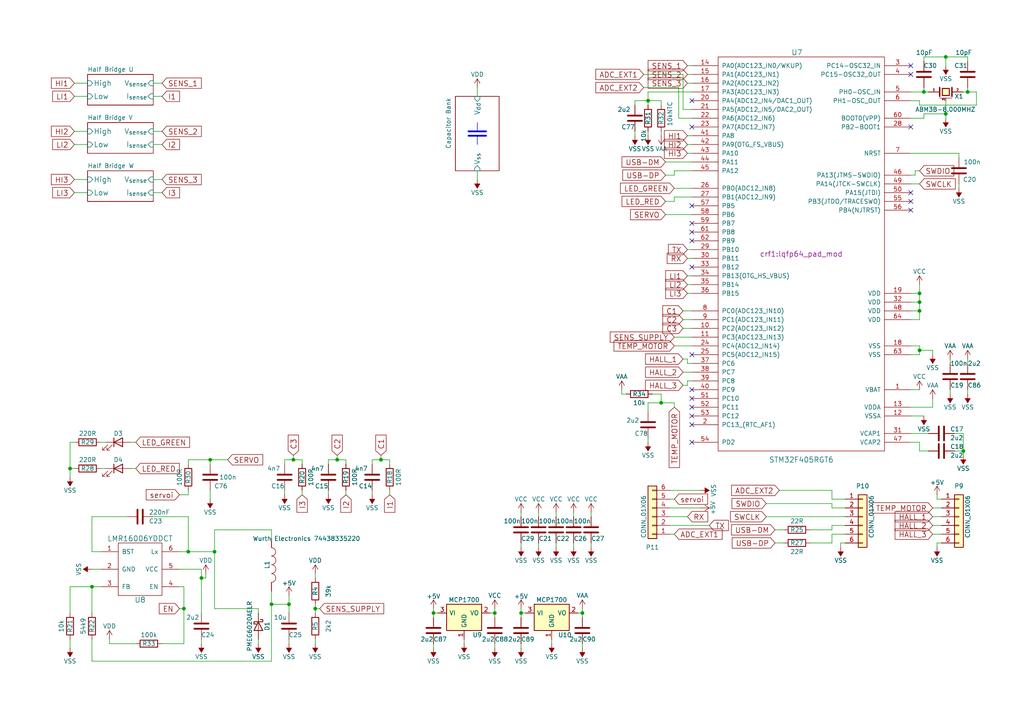
<source format=kicad_sch>
(kicad_sch (version 20230121) (generator eeschema)
  (paper "A4")
  (junction (at 110.49 133.35))
  (junction (at 26.67 170.18))
  (junction (at 60.96 133.35))
  (junction (at 20.32 135.89))
  (junction (at 54.61 160.02))
  (junction (at 274.32 33.02))
  (junction (at 280.67 26.67))
  (junction (at 53.34 176.53))
  (junction (at 125.73 177.8))
  (junction (at 58.42 167.64))
  (junction (at 85.09 133.35))
  (junction (at 62.23 160.02))
  (junction (at 78.74 175.26))
  (junction (at 274.32 16.51))
  (junction (at 266.7 85.09))
  (junction (at 187.96 29.21))
  (junction (at 191.77 116.84))
  (junction (at 267.97 26.67))
  (junction (at 83.82 175.26))
  (junction (at 151.13 177.8))
  (junction (at 266.7 101.6))
  (junction (at 168.91 177.8))
  (junction (at 279.4 130.81))
  (junction (at 91.44 176.53))
  (junction (at 97.79 133.35))
  (junction (at 266.7 90.17))
  (junction (at 143.51 177.8))
  (junction (at 266.7 87.63))
  (no_connect (at 264.16 58.42))
  (no_connect (at 200.66 118.11))
  (no_connect (at 200.66 113.03))
  (no_connect (at 200.66 67.31))
  (no_connect (at 200.66 123.19))
  (no_connect (at 200.66 59.69))
  (no_connect (at 264.16 19.05))
  (no_connect (at 200.66 36.83))
  (no_connect (at 200.66 69.85))
  (no_connect (at 264.16 36.83))
  (no_connect (at 200.66 29.21))
  (no_connect (at 200.66 115.57))
  (no_connect (at 200.66 102.87))
  (no_connect (at 200.66 64.77))
  (no_connect (at 264.16 55.88))
  (no_connect (at 200.66 128.27))
  (no_connect (at 264.16 21.59))
  (no_connect (at 200.66 120.65))
  (no_connect (at 264.16 60.96))
  (no_connect (at 200.66 77.47))
  (wire (pts (xy 196.85 34.29) (xy 200.66 34.29)))
  (wire (pts (xy 138.43 49.53) (xy 138.43 52.07)))
  (wire (pts (xy 274.32 33.02) (xy 274.32 29.21)))
  (wire (pts (xy 199.39 82.55) (xy 200.66 82.55)))
  (wire (pts (xy 194.31 147.32) (xy 203.2 147.32)))
  (wire (pts (xy 267.97 34.29) (xy 267.97 33.02)))
  (wire (pts (xy 113.03 133.35) (xy 110.49 133.35)))
  (wire (pts (xy 243.84 157.48) (xy 245.11 157.48)))
  (wire (pts (xy 36.83 149.86) (xy 26.67 149.86)))
  (wire (pts (xy 266.7 53.34) (xy 264.16 53.34)))
  (wire (pts (xy 26.67 160.02) (xy 29.21 160.02)))
  (wire (pts (xy 271.78 157.48) (xy 271.78 158.75)))
  (wire (pts (xy 226.06 142.24) (xy 241.3 142.24)))
  (wire (pts (xy 31.75 186.69) (xy 39.37 186.69)))
  (wire (pts (xy 222.25 146.05) (xy 241.3 146.05)))
  (wire (pts (xy 87.63 133.35) (xy 87.63 134.62)))
  (wire (pts (xy 264.16 87.63) (xy 266.7 87.63)))
  (wire (pts (xy 166.37 148.59) (xy 166.37 149.86)))
  (wire (pts (xy 134.62 185.42) (xy 134.62 186.69)))
  (wire (pts (xy 113.03 134.62) (xy 113.03 133.35)))
  (wire (pts (xy 60.96 133.35) (xy 66.04 133.35)))
  (wire (pts (xy 199.39 105.41) (xy 200.66 105.41)))
  (wire (pts (xy 198.12 104.14) (xy 199.39 104.14)))
  (wire (pts (xy 266.7 49.53) (xy 265.43 49.53)))
  (wire (pts (xy 83.82 186.69) (xy 83.82 185.42)))
  (wire (pts (xy 199.39 80.01) (xy 200.66 80.01)))
  (wire (pts (xy 264.16 34.29) (xy 267.97 34.29)))
  (wire (pts (xy 58.42 167.64) (xy 58.42 165.1)))
  (wire (pts (xy 53.34 186.69) (xy 46.99 186.69)))
  (wire (pts (xy 161.29 157.48) (xy 161.29 158.75)))
  (wire (pts (xy 199.39 39.37) (xy 200.66 39.37)))
  (wire (pts (xy 92.71 176.53) (xy 91.44 176.53)))
  (wire (pts (xy 138.43 25.4) (xy 138.43 27.94)))
  (wire (pts (xy 194.31 144.78) (xy 195.58 144.78)))
  (wire (pts (xy 91.44 167.64) (xy 91.44 166.37)))
  (wire (pts (xy 53.34 170.18) (xy 52.07 170.18)))
  (wire (pts (xy 266.7 87.63) (xy 266.7 90.17)))
  (wire (pts (xy 184.15 29.21) (xy 187.96 29.21)))
  (wire (pts (xy 151.13 186.69) (xy 151.13 187.96)))
  (wire (pts (xy 54.61 143.51) (xy 54.61 142.24)))
  (wire (pts (xy 280.67 26.67) (xy 279.4 26.67)))
  (wire (pts (xy 168.91 176.53) (xy 168.91 177.8)))
  (wire (pts (xy 60.96 144.78) (xy 60.96 142.24)))
  (wire (pts (xy 234.95 153.67) (xy 241.3 153.67)))
  (wire (pts (xy 21.59 55.88) (xy 25.4 55.88)))
  (wire (pts (xy 97.79 133.35) (xy 100.33 133.35)))
  (wire (pts (xy 83.82 172.72) (xy 83.82 175.26)))
  (wire (pts (xy 143.51 176.53) (xy 143.51 177.8)))
  (wire (pts (xy 264.16 102.87) (xy 266.7 102.87)))
  (wire (pts (xy 195.58 57.15) (xy 200.66 57.15)))
  (wire (pts (xy 270.51 101.6) (xy 270.51 102.87)))
  (wire (pts (xy 199.39 74.93) (xy 200.66 74.93)))
  (wire (pts (xy 266.7 101.6) (xy 266.7 100.33)))
  (wire (pts (xy 20.32 170.18) (xy 20.32 177.8)))
  (wire (pts (xy 266.7 128.27) (xy 266.7 130.81)))
  (wire (pts (xy 60.96 133.35) (xy 60.96 134.62)))
  (wire (pts (xy 44.45 38.1) (xy 46.99 38.1)))
  (wire (pts (xy 283.21 30.48) (xy 283.21 26.67)))
  (polyline (pts (xy 135.89 38.1) (xy 140.97 38.1)) (stroke (width 0.5)))
  (wire (pts (xy 283.21 26.67) (xy 280.67 26.67)))
  (wire (pts (xy 264.16 128.27) (xy 266.7 128.27)))
  (wire (pts (xy 194.31 152.4) (xy 205.74 152.4)))
  (wire (pts (xy 199.39 111.76) (xy 199.39 110.49)))
  (wire (pts (xy 107.95 142.24) (xy 107.95 143.51)))
  (wire (pts (xy 54.61 149.86) (xy 54.61 160.02)))
  (wire (pts (xy 20.32 138.43) (xy 20.32 135.89)))
  (wire (pts (xy 44.45 149.86) (xy 54.61 149.86)))
  (wire (pts (xy 100.33 142.24) (xy 100.33 143.51)))
  (wire (pts (xy 29.21 128.27) (xy 30.48 128.27)))
  (wire (pts (xy 95.25 133.35) (xy 97.79 133.35)))
  (wire (pts (xy 53.34 176.53) (xy 53.34 186.69)))
  (wire (pts (xy 191.77 116.84) (xy 187.96 116.84)))
  (wire (pts (xy 187.96 26.67) (xy 187.96 29.21)))
  (wire (pts (xy 264.16 120.65) (xy 267.97 120.65)))
  (wire (pts (xy 21.59 24.13) (xy 25.4 24.13)))
  (wire (pts (xy 266.7 101.6) (xy 270.51 101.6)))
  (wire (pts (xy 270.51 118.11) (xy 270.51 115.57)))
  (wire (pts (xy 199.39 110.49) (xy 200.66 110.49)))
  (wire (pts (xy 274.32 34.29) (xy 274.32 33.02)))
  (wire (pts (xy 264.16 125.73) (xy 269.24 125.73)))
  (wire (pts (xy 279.4 130.81) (xy 279.4 132.08)))
  (wire (pts (xy 198.12 111.76) (xy 199.39 111.76)))
  (wire (pts (xy 38.1 135.89) (xy 39.37 135.89)))
  (wire (pts (xy 280.67 25.4) (xy 280.67 26.67)))
  (wire (pts (xy 160.02 185.42) (xy 160.02 186.69)))
  (wire (pts (xy 241.3 157.48) (xy 241.3 154.94)))
  (wire (pts (xy 224.79 157.48) (xy 227.33 157.48)))
  (wire (pts (xy 267.97 26.67) (xy 269.24 26.67)))
  (wire (pts (xy 58.42 165.1) (xy 52.07 165.1)))
  (wire (pts (xy 58.42 177.8) (xy 58.42 167.64)))
  (wire (pts (xy 20.32 135.89) (xy 20.32 128.27)))
  (wire (pts (xy 125.73 176.53) (xy 125.73 177.8)))
  (wire (pts (xy 276.86 125.73) (xy 279.4 125.73)))
  (wire (pts (xy 52.07 160.02) (xy 54.61 160.02)))
  (wire (pts (xy 82.55 134.62) (xy 82.55 133.35)))
  (wire (pts (xy 166.37 157.48) (xy 166.37 158.75)))
  (wire (pts (xy 199.39 104.14) (xy 199.39 105.41)))
  (wire (pts (xy 199.39 85.09) (xy 200.66 85.09)))
  (wire (pts (xy 83.82 175.26) (xy 78.74 175.26)))
  (wire (pts (xy 264.16 90.17) (xy 266.7 90.17)))
  (wire (pts (xy 26.67 170.18) (xy 29.21 170.18)))
  (wire (pts (xy 264.16 118.11) (xy 270.51 118.11)))
  (wire (pts (xy 266.7 113.03) (xy 264.16 113.03)))
  (wire (pts (xy 222.25 149.86) (xy 245.11 149.86)))
  (wire (pts (xy 168.91 186.69) (xy 168.91 187.96)))
  (wire (pts (xy 273.05 144.78) (xy 271.78 144.78)))
  (wire (pts (xy 241.3 146.05) (xy 241.3 147.32)))
  (wire (pts (xy 161.29 148.59) (xy 161.29 149.86)))
  (wire (pts (xy 264.16 26.67) (xy 267.97 26.67)))
  (wire (pts (xy 266.7 130.81) (xy 269.24 130.81)))
  (wire (pts (xy 44.45 52.07) (xy 46.99 52.07)))
  (wire (pts (xy 156.21 157.48) (xy 156.21 158.75)))
  (wire (pts (xy 280.67 16.51) (xy 280.67 17.78)))
  (wire (pts (xy 234.95 157.48) (xy 241.3 157.48)))
  (wire (pts (xy 270.51 152.4) (xy 273.05 152.4)))
  (wire (pts (xy 191.77 38.1) (xy 191.77 39.37)))
  (wire (pts (xy 198.12 92.71) (xy 200.66 92.71)))
  (wire (pts (xy 195.58 97.79) (xy 200.66 97.79)))
  (wire (pts (xy 142.24 177.8) (xy 143.51 177.8)))
  (wire (pts (xy 91.44 177.8) (xy 91.44 176.53)))
  (wire (pts (xy 168.91 177.8) (xy 167.64 177.8)))
  (wire (pts (xy 110.49 133.35) (xy 107.95 133.35)))
  (wire (pts (xy 26.67 185.42) (xy 26.67 191.77)))
  (wire (pts (xy 82.55 133.35) (xy 85.09 133.35)))
  (wire (pts (xy 195.58 116.84) (xy 191.77 116.84)))
  (wire (pts (xy 38.1 128.27) (xy 39.37 128.27)))
  (wire (pts (xy 78.74 153.67) (xy 62.23 153.67)))
  (wire (pts (xy 54.61 160.02) (xy 62.23 160.02)))
  (wire (pts (xy 265.43 49.53) (xy 265.43 50.8)))
  (wire (pts (xy 195.58 54.61) (xy 200.66 54.61)))
  (wire (pts (xy 195.58 50.8) (xy 195.58 49.53)))
  (wire (pts (xy 52.07 143.51) (xy 54.61 143.51)))
  (wire (pts (xy 280.67 104.14) (xy 280.67 105.41)))
  (wire (pts (xy 191.77 114.3) (xy 191.77 116.84)))
  (wire (pts (xy 20.32 170.18) (xy 26.67 170.18)))
  (wire (pts (xy 82.55 142.24) (xy 82.55 143.51)))
  (wire (pts (xy 191.77 29.21) (xy 191.77 30.48)))
  (wire (pts (xy 100.33 133.35) (xy 100.33 134.62)))
  (wire (pts (xy 53.34 170.18) (xy 53.34 176.53)))
  (wire (pts (xy 87.63 142.24) (xy 87.63 143.51)))
  (wire (pts (xy 195.58 58.42) (xy 195.58 57.15)))
  (wire (pts (xy 193.04 62.23) (xy 200.66 62.23)))
  (wire (pts (xy 270.51 154.94) (xy 273.05 154.94)))
  (wire (pts (xy 62.23 153.67) (xy 62.23 160.02)))
  (wire (pts (xy 193.04 46.99) (xy 200.66 46.99)))
  (wire (pts (xy 44.45 27.94) (xy 46.99 27.94)))
  (wire (pts (xy 266.7 90.17) (xy 266.7 92.71)))
  (wire (pts (xy 59.69 167.64) (xy 58.42 167.64)))
  (wire (pts (xy 151.13 157.48) (xy 151.13 158.75)))
  (wire (pts (xy 125.73 177.8) (xy 127 177.8)))
  (wire (pts (xy 97.79 132.08) (xy 97.79 133.35)))
  (wire (pts (xy 195.58 100.33) (xy 200.66 100.33)))
  (wire (pts (xy 74.93 186.69) (xy 74.93 185.42)))
  (wire (pts (xy 199.39 44.45) (xy 200.66 44.45)))
  (wire (pts (xy 264.16 29.21) (xy 266.7 29.21)))
  (wire (pts (xy 156.21 148.59) (xy 156.21 149.86)))
  (wire (pts (xy 266.7 85.09) (xy 264.16 85.09)))
  (wire (pts (xy 241.3 142.24) (xy 241.3 144.78)))
  (wire (pts (xy 113.03 143.51) (xy 113.03 142.24)))
  (wire (pts (xy 125.73 177.8) (xy 125.73 179.07)))
  (wire (pts (xy 91.44 176.53) (xy 91.44 175.26)))
  (wire (pts (xy 187.96 29.21) (xy 191.77 29.21)))
  (wire (pts (xy 189.23 114.3) (xy 191.77 114.3)))
  (wire (pts (xy 241.3 144.78) (xy 245.11 144.78)))
  (wire (pts (xy 21.59 27.94) (xy 25.4 27.94)))
  (wire (pts (xy 85.09 132.08) (xy 85.09 133.35)))
  (wire (pts (xy 26.67 170.18) (xy 26.67 177.8)))
  (wire (pts (xy 187.96 38.1) (xy 187.96 39.37)))
  (wire (pts (xy 270.51 147.32) (xy 273.05 147.32)))
  (wire (pts (xy 59.69 166.37) (xy 59.69 167.64)))
  (wire (pts (xy 199.39 24.13) (xy 200.66 24.13)))
  (wire (pts (xy 266.7 102.87) (xy 266.7 101.6)))
  (wire (pts (xy 194.31 154.94) (xy 195.58 154.94)))
  (wire (pts (xy 270.51 149.86) (xy 273.05 149.86)))
  (wire (pts (xy 266.7 92.71) (xy 264.16 92.71)))
  (wire (pts (xy 186.69 25.4) (xy 196.85 25.4)))
  (wire (pts (xy 198.12 90.17) (xy 200.66 90.17)))
  (wire (pts (xy 44.45 41.91) (xy 46.99 41.91)))
  (wire (pts (xy 151.13 177.8) (xy 151.13 179.07)))
  (wire (pts (xy 95.25 142.24) (xy 95.25 143.51)))
  (wire (pts (xy 265.43 50.8) (xy 264.16 50.8)))
  (wire (pts (xy 143.51 177.8) (xy 143.51 179.07)))
  (wire (pts (xy 241.3 147.32) (xy 245.11 147.32)))
  (wire (pts (xy 95.25 134.62) (xy 95.25 133.35)))
  (wire (pts (xy 168.91 177.8) (xy 168.91 179.07)))
  (wire (pts (xy 199.39 72.39) (xy 200.66 72.39)))
  (wire (pts (xy 193.04 58.42) (xy 195.58 58.42)))
  (wire (pts (xy 78.74 191.77) (xy 78.74 175.26)))
  (wire (pts (xy 151.13 177.8) (xy 152.4 177.8)))
  (wire (pts (xy 85.09 133.35) (xy 87.63 133.35)))
  (wire (pts (xy 273.05 157.48) (xy 271.78 157.48)))
  (wire (pts (xy 278.13 54.61) (xy 278.13 53.34)))
  (wire (pts (xy 78.74 153.67) (xy 78.74 156.21)))
  (wire (pts (xy 195.58 49.53) (xy 200.66 49.53)))
  (wire (pts (xy 274.32 19.05) (xy 274.32 16.51)))
  (wire (pts (xy 280.67 113.03) (xy 280.67 114.3)))
  (wire (pts (xy 21.59 52.07) (xy 25.4 52.07)))
  (wire (pts (xy 279.4 130.81) (xy 276.86 130.81)))
  (wire (pts (xy 194.31 149.86) (xy 199.39 149.86)))
  (wire (pts (xy 107.95 133.35) (xy 107.95 134.62)))
  (wire (pts (xy 180.34 114.3) (xy 181.61 114.3)))
  (wire (pts (xy 199.39 19.05) (xy 200.66 19.05)))
  (wire (pts (xy 275.59 113.03) (xy 275.59 114.3)))
  (wire (pts (xy 171.45 148.59) (xy 171.45 149.86)))
  (wire (pts (xy 278.13 44.45) (xy 278.13 45.72)))
  (wire (pts (xy 266.7 82.55) (xy 266.7 85.09)))
  (polyline (pts (xy 135.89 39.37) (xy 140.97 39.37)) (stroke (width 0.5)))
  (wire (pts (xy 184.15 30.48) (xy 184.15 29.21)))
  (wire (pts (xy 20.32 187.96) (xy 20.32 185.42)))
  (wire (pts (xy 198.12 107.95) (xy 200.66 107.95)))
  (wire (pts (xy 278.13 44.45) (xy 264.16 44.45)))
  (wire (pts (xy 83.82 175.26) (xy 83.82 177.8)))
  (wire (pts (xy 44.45 55.88) (xy 46.99 55.88)))
  (wire (pts (xy 21.59 135.89) (xy 20.32 135.89)))
  (wire (pts (xy 91.44 186.69) (xy 91.44 185.42)))
  (wire (pts (xy 187.96 127) (xy 187.96 128.27)))
  (wire (pts (xy 187.96 26.67) (xy 200.66 26.67)))
  (wire (pts (xy 78.74 175.26) (xy 78.74 171.45)))
  (wire (pts (xy 193.04 50.8) (xy 195.58 50.8)))
  (polyline (pts (xy 138.43 35.56) (xy 138.43 38.1)))
  (polyline (pts (xy 138.43 39.37) (xy 138.43 41.91)))
  (wire (pts (xy 21.59 38.1) (xy 25.4 38.1)))
  (wire (pts (xy 195.58 118.11) (xy 195.58 116.84)))
  (wire (pts (xy 52.07 176.53) (xy 53.34 176.53)))
  (wire (pts (xy 20.32 128.27) (xy 21.59 128.27)))
  (wire (pts (xy 29.21 135.89) (xy 30.48 135.89)))
  (wire (pts (xy 199.39 21.59) (xy 200.66 21.59)))
  (wire (pts (xy 266.7 85.09) (xy 266.7 87.63)))
  (wire (pts (xy 267.97 16.51) (xy 274.32 16.51)))
  (wire (pts (xy 151.13 176.53) (xy 151.13 177.8)))
  (wire (pts (xy 54.61 133.35) (xy 54.61 134.62)))
  (wire (pts (xy 198.12 21.59) (xy 198.12 31.75)))
  (wire (pts (xy 199.39 41.91) (xy 200.66 41.91)))
  (wire (pts (xy 267.97 33.02) (xy 274.32 33.02)))
  (wire (pts (xy 184.15 39.37) (xy 184.15 38.1)))
  (wire (pts (xy 198.12 95.25) (xy 200.66 95.25)))
  (wire (pts (xy 54.61 133.35) (xy 60.96 133.35)))
  (wire (pts (xy 267.97 17.78) (xy 267.97 16.51)))
  (wire (pts (xy 180.34 113.03) (xy 180.34 114.3)))
  (wire (pts (xy 26.67 191.77) (xy 78.74 191.77)))
  (wire (pts (xy 241.3 152.4) (xy 245.11 152.4)))
  (wire (pts (xy 171.45 157.48) (xy 171.45 158.75)))
  (wire (pts (xy 224.79 153.67) (xy 227.33 153.67)))
  (wire (pts (xy 26.67 165.1) (xy 29.21 165.1)))
  (wire (pts (xy 26.67 149.86) (xy 26.67 160.02)))
  (wire (pts (xy 186.69 21.59) (xy 198.12 21.59)))
  (wire (pts (xy 143.51 186.69) (xy 143.51 187.96)))
  (wire (pts (xy 31.75 185.42) (xy 31.75 186.69)))
  (wire (pts (xy 74.93 176.53) (xy 62.23 176.53)))
  (wire (pts (xy 74.93 177.8) (xy 74.93 176.53)))
  (wire (pts (xy 194.31 142.24) (xy 203.2 142.24)))
  (wire (pts (xy 241.3 153.67) (xy 241.3 152.4)))
  (wire (pts (xy 187.96 116.84) (xy 187.96 119.38)))
  (wire (pts (xy 62.23 160.02) (xy 62.23 176.53)))
  (wire (pts (xy 266.7 30.48) (xy 283.21 30.48)))
  (wire (pts (xy 241.3 154.94) (xy 245.11 154.94)))
  (wire (pts (xy 266.7 29.21) (xy 266.7 30.48)))
  (wire (pts (xy 198.12 31.75) (xy 200.66 31.75)))
  (wire (pts (xy 274.32 16.51) (xy 280.67 16.51)))
  (wire (pts (xy 279.4 125.73) (xy 279.4 130.81)))
  (wire (pts (xy 243.84 158.75) (xy 243.84 157.48)))
  (wire (pts (xy 58.42 186.69) (xy 58.42 185.42)))
  (wire (pts (xy 44.45 24.13) (xy 46.99 24.13)))
  (wire (pts (xy 151.13 148.59) (xy 151.13 149.86)))
  (wire (pts (xy 267.97 25.4) (xy 267.97 26.67)))
  (wire (pts (xy 21.59 41.91) (xy 25.4 41.91)))
  (wire (pts (xy 187.96 29.21) (xy 187.96 30.48)))
  (wire (pts (xy 271.78 144.78) (xy 271.78 143.51)))
  (wire (pts (xy 275.59 104.14) (xy 275.59 105.41)))
  (wire (pts (xy 266.7 100.33) (xy 264.16 100.33)))
  (wire (pts (xy 196.85 25.4) (xy 196.85 34.29)))
  (wire (pts (xy 110.49 132.08) (xy 110.49 133.35)))
  (wire (pts (xy 125.73 187.96) (xy 125.73 186.69)))
  (global_label "RX" (shape input) (at 199.39 74.93 180) (effects (font (size 1.524 1.524))) (property "Intersheetrefs" "${INTERSHEET_REFS}" (effects hide)))
  (global_label "HALL_3" (shape input) (at 198.12 111.76 180) (effects (font (size 1.524 1.524))) (property "Intersheetrefs" "${INTERSHEET_REFS}" (effects hide)))
  (global_label "I3" (shape input) (at 87.63 143.51 270) (effects (font (size 1.524 1.524))) (property "Intersheetrefs" "${INTERSHEET_REFS}" (effects hide)))
  (global_label "I1" (shape input) (at 113.03 143.51 270) (effects (font (size 1.524 1.524))) (property "Intersheetrefs" "${INTERSHEET_REFS}" (effects hide)))
  (global_label "HI1" (shape input) (at 199.39 39.37 180) (effects (font (size 1.524 1.524))) (property "Intersheetrefs" "${INTERSHEET_REFS}" (effects hide)))
  (global_label "SENS_1" (shape input) (at 46.99 24.13 0) (effects (font (size 1.524 1.524))) (property "Intersheetrefs" "${INTERSHEET_REFS}" (effects hide)))
  (global_label "HALL_2" (shape input) (at 270.51 152.4 180) (effects (font (size 1.524 1.524))) (property "Intersheetrefs" "${INTERSHEET_REFS}" (effects hide)))
  (global_label "HALL_2" (shape input) (at 198.12 107.95 180) (effects (font (size 1.524 1.524))) (property "Intersheetrefs" "${INTERSHEET_REFS}" (effects hide)))
  (global_label "SERVO" (shape input) (at 66.04 133.35 0) (effects (font (size 1.524 1.524))) (property "Intersheetrefs" "${INTERSHEET_REFS}" (effects hide)))
  (global_label "C2" (shape input) (at 97.79 132.08 90) (effects (font (size 1.524 1.524))) (property "Intersheetrefs" "${INTERSHEET_REFS}" (effects hide)))
  (global_label "servoi" (shape input) (at 52.07 143.51 180) (effects (font (size 1.524 1.524))) (property "Intersheetrefs" "${INTERSHEET_REFS}" (effects hide)))
  (global_label "C2" (shape input) (at 198.12 92.71 180) (effects (font (size 1.524 1.524))) (property "Intersheetrefs" "${INTERSHEET_REFS}" (effects hide)))
  (global_label "USB-DP" (shape input) (at 193.04 50.8 180) (effects (font (size 1.524 1.524))) (property "Intersheetrefs" "${INTERSHEET_REFS}" (effects hide)))
  (global_label "I1" (shape input) (at 46.99 27.94 0) (effects (font (size 1.524 1.524))) (property "Intersheetrefs" "${INTERSHEET_REFS}" (effects hide)))
  (global_label "EN" (shape input) (at 52.07 176.53 180) (effects (font (size 1.524 1.524))) (property "Intersheetrefs" "${INTERSHEET_REFS}" (effects hide)))
  (global_label "C3" (shape input) (at 198.12 95.25 180) (effects (font (size 1.524 1.524))) (property "Intersheetrefs" "${INTERSHEET_REFS}" (effects hide)))
  (global_label "SWCLK" (shape input) (at 266.7 53.34 0) (effects (font (size 1.524 1.524))) (property "Intersheetrefs" "${INTERSHEET_REFS}" (effects hide)))
  (global_label "HI3" (shape input) (at 21.59 52.07 180) (effects (font (size 1.524 1.524))) (property "Intersheetrefs" "${INTERSHEET_REFS}" (effects hide)))
  (global_label "TX" (shape input) (at 205.74 152.4 0) (effects (font (size 1.524 1.524))) (property "Intersheetrefs" "${INTERSHEET_REFS}" (effects hide)))
  (global_label "SWCLK" (shape input) (at 222.25 149.86 180) (effects (font (size 1.524 1.524))) (property "Intersheetrefs" "${INTERSHEET_REFS}" (effects hide)))
  (global_label "HI3" (shape input) (at 199.39 44.45 180) (effects (font (size 1.524 1.524))) (property "Intersheetrefs" "${INTERSHEET_REFS}" (effects hide)))
  (global_label "C1" (shape input) (at 110.49 132.08 90) (effects (font (size 1.524 1.524))) (property "Intersheetrefs" "${INTERSHEET_REFS}" (effects hide)))
  (global_label "I2" (shape input) (at 46.99 41.91 0) (effects (font (size 1.524 1.524))) (property "Intersheetrefs" "${INTERSHEET_REFS}" (effects hide)))
  (global_label "SENS_SUPPLY" (shape input) (at 92.71 176.53 0) (effects (font (size 1.524 1.524))) (property "Intersheetrefs" "${INTERSHEET_REFS}" (effects hide)))
  (global_label "HALL_1" (shape input) (at 198.12 104.14 180) (effects (font (size 1.524 1.524))) (property "Intersheetrefs" "${INTERSHEET_REFS}" (effects hide)))
  (global_label "RX" (shape input) (at 199.39 149.86 0) (effects (font (size 1.524 1.524))) (property "Intersheetrefs" "${INTERSHEET_REFS}" (effects hide)))
  (global_label "SENS_3" (shape input) (at 46.99 52.07 0) (effects (font (size 1.524 1.524))) (property "Intersheetrefs" "${INTERSHEET_REFS}" (effects hide)))
  (global_label "LED_GREEN" (shape input) (at 39.37 128.27 0) (effects (font (size 1.524 1.524))) (property "Intersheetrefs" "${INTERSHEET_REFS}" (effects hide)))
  (global_label "SERVO" (shape input) (at 193.04 62.23 180) (effects (font (size 1.524 1.524))) (property "Intersheetrefs" "${INTERSHEET_REFS}" (effects hide)))
  (global_label "LED_GREEN" (shape input) (at 195.58 54.61 180) (effects (font (size 1.524 1.524))) (property "Intersheetrefs" "${INTERSHEET_REFS}" (effects hide)))
  (global_label "TEMP_MOTOR" (shape input) (at 195.58 118.11 270) (effects (font (size 1.524 1.524))) (property "Intersheetrefs" "${INTERSHEET_REFS}" (effects hide)))
  (global_label "SWDIO" (shape input) (at 222.25 146.05 180) (effects (font (size 1.524 1.524))) (property "Intersheetrefs" "${INTERSHEET_REFS}" (effects hide)))
  (global_label "I2" (shape input) (at 100.33 143.51 270) (effects (font (size 1.524 1.524))) (property "Intersheetrefs" "${INTERSHEET_REFS}" (effects hide)))
  (global_label "ADC_EXT2" (shape input) (at 226.06 142.24 180) (effects (font (size 1.524 1.524))) (property "Intersheetrefs" "${INTERSHEET_REFS}" (effects hide)))
  (global_label "C1" (shape input) (at 198.12 90.17 180) (effects (font (size 1.524 1.524))) (property "Intersheetrefs" "${INTERSHEET_REFS}" (effects hide)))
  (global_label "LI3" (shape input) (at 199.39 85.09 180) (effects (font (size 1.524 1.524))) (property "Intersheetrefs" "${INTERSHEET_REFS}" (effects hide)))
  (global_label "LED_RED" (shape input) (at 39.37 135.89 0) (effects (font (size 1.524 1.524))) (property "Intersheetrefs" "${INTERSHEET_REFS}" (effects hide)))
  (global_label "HALL_3" (shape input) (at 270.51 154.94 180) (effects (font (size 1.524 1.524))) (property "Intersheetrefs" "${INTERSHEET_REFS}" (effects hide)))
  (global_label "LED_RED" (shape input) (at 193.04 58.42 180) (effects (font (size 1.524 1.524))) (property "Intersheetrefs" "${INTERSHEET_REFS}" (effects hide)))
  (global_label "HALL_1" (shape input) (at 270.51 149.86 180) (effects (font (size 1.524 1.524))) (property "Intersheetrefs" "${INTERSHEET_REFS}" (effects hide)))
  (global_label "USB-DM" (shape input) (at 224.79 153.67 180) (effects (font (size 1.524 1.524))) (property "Intersheetrefs" "${INTERSHEET_REFS}" (effects hide)))
  (global_label "LI2" (shape input) (at 21.59 41.91 180) (effects (font (size 1.524 1.524))) (property "Intersheetrefs" "${INTERSHEET_REFS}" (effects hide)))
  (global_label "HI2" (shape input) (at 199.39 41.91 180) (effects (font (size 1.524 1.524))) (property "Intersheetrefs" "${INTERSHEET_REFS}" (effects hide)))
  (global_label "SENS_SUPPLY" (shape input) (at 195.58 97.79 180) (effects (font (size 1.524 1.524))) (property "Intersheetrefs" "${INTERSHEET_REFS}" (effects hide)))
  (global_label "LI1" (shape input) (at 199.39 80.01 180) (effects (font (size 1.524 1.524))) (property "Intersheetrefs" "${INTERSHEET_REFS}" (effects hide)))
  (global_label "LI2" (shape input) (at 199.39 82.55 180) (effects (font (size 1.524 1.524))) (property "Intersheetrefs" "${INTERSHEET_REFS}" (effects hide)))
  (global_label "servoi" (shape input) (at 195.58 144.78 0) (effects (font (size 1.524 1.524))) (property "Intersheetrefs" "${INTERSHEET_REFS}" (effects hide)))
  (global_label "ADC_EXT1" (shape input) (at 195.58 154.94 0) (effects (font (size 1.524 1.524))) (property "Intersheetrefs" "${INTERSHEET_REFS}" (effects hide)))
  (global_label "ADC_EXT2" (shape input) (at 186.69 25.4 180) (effects (font (size 1.524 1.524))) (property "Intersheetrefs" "${INTERSHEET_REFS}" (effects hide)))
  (global_label "HI2" (shape input) (at 21.59 38.1 180) (effects (font (size 1.524 1.524))) (property "Intersheetrefs" "${INTERSHEET_REFS}" (effects hide)))
  (global_label "SENS_2" (shape input) (at 46.99 38.1 0) (effects (font (size 1.524 1.524))) (property "Intersheetrefs" "${INTERSHEET_REFS}" (effects hide)))
  (global_label "TEMP_MOTOR" (shape input) (at 270.51 147.32 180) (effects (font (size 1.524 1.524))) (property "Intersheetrefs" "${INTERSHEET_REFS}" (effects hide)))
  (global_label "LI1" (shape input) (at 21.59 27.94 180) (effects (font (size 1.524 1.524))) (property "Intersheetrefs" "${INTERSHEET_REFS}" (effects hide)))
  (global_label "ADC_EXT1" (shape input) (at 186.69 21.59 180) (effects (font (size 1.524 1.524))) (property "Intersheetrefs" "${INTERSHEET_REFS}" (effects hide)))
  (global_label "USB-DM" (shape input) (at 193.04 46.99 180) (effects (font (size 1.524 1.524))) (property "Intersheetrefs" "${INTERSHEET_REFS}" (effects hide)))
  (global_label "SENS_1" (shape input) (at 199.39 19.05 180) (effects (font (size 1.524 1.524))) (property "Intersheetrefs" "${INTERSHEET_REFS}" (effects hide)))
  (global_label "SENS_2" (shape input) (at 199.39 21.59 180) (effects (font (size 1.524 1.524))) (property "Intersheetrefs" "${INTERSHEET_REFS}" (effects hide)))
  (global_label "I3" (shape input) (at 46.99 55.88 0) (effects (font (size 1.524 1.524))) (property "Intersheetrefs" "${INTERSHEET_REFS}" (effects hide)))
  (global_label "SENS_3" (shape input) (at 199.39 24.13 180) (effects (font (size 1.524 1.524))) (property "Intersheetrefs" "${INTERSHEET_REFS}" (effects hide)))
  (global_label "TEMP_MOTOR" (shape input) (at 195.58 100.33 180) (effects (font (size 1.524 1.524))) (property "Intersheetrefs" "${INTERSHEET_REFS}" (effects hide)))
  (global_label "HI1" (shape input) (at 21.59 24.13 180) (effects (font (size 1.524 1.524))) (property "Intersheetrefs" "${INTERSHEET_REFS}" (effects hide)))
  (global_label "USB-DP" (shape input) (at 224.79 157.48 180) (effects (font (size 1.524 1.524))) (property "Intersheetrefs" "${INTERSHEET_REFS}" (effects hide)))
  (global_label "C3" (shape input) (at 85.09 132.08 90) (effects (font (size 1.524 1.524))) (property "Intersheetrefs" "${INTERSHEET_REFS}" (effects hide)))
  (global_label "SWDIO" (shape input) (at 266.7 49.53 0) (effects (font (size 1.524 1.524))) (property "Intersheetrefs" "${INTERSHEET_REFS}" (effects hide)))
  (global_label "TX" (shape input) (at 199.39 72.39 180) (effects (font (size 1.524 1.524))) (property "Intersheetrefs" "${INTERSHEET_REFS}" (effects hide)))
  (global_label "LI3" (shape input) (at 21.59 55.88 180) (effects (font (size 1.524 1.524))) (property "Intersheetrefs" "${INTERSHEET_REFS}" (effects hide)))
  (symbol (lib_id "MINI VESC-rescue:STM32F40X_LQFP64-RESCUE-MINI_VESC") (at 232.41 73.66 0) (unit 1)
    (property "Reference" "U7" (at 231.14 15.24 0) (effects (font (size 1.524 1.524))))
    (property "Value" "STM32F405RGT6" (at 232.41 133.35 0) (effects (font (size 1.524 1.524))))
    (property "Footprint" "crf1:lqfp64_pad_mod" (at 232.41 73.66 0) (effects (font (size 1.524 1.524))))
  )
  (symbol (lib_id "Device:C") (at 107.95 138.43 180) (unit 1)
    (property "Reference" "C14" (at 107.95 140.97 0) (effects (justify left)))
    (property "Value" "4n7" (at 106.68 135.89 0) (effects (justify left)))
    (property "Footprint" "Capacitor_SMD:C_0603_1608Metric" (effects hide))
  )
  (symbol (lib_id "Device:R") (at 113.03 138.43 180) (unit 1)
    (property "Reference" "R18" (at 113.03 138.43 90))
    (property "Value" "100R" (at 115.57 138.43 90))
    (property "Footprint" "Resistor_SMD:R_0603_1608Metric" (effects hide))
  )
  (symbol (lib_id "Power:VSS") (at 107.95 143.51 180) (unit 1)
    (property "Reference" "#PWR018" (effects hide))
    (property "Value" "VSS" (at 107.95 147.32 0))
  )
  (symbol (lib_id "Device:C") (at 95.25 138.43 180) (unit 1)
    (property "Reference" "C15" (at 95.25 140.97 0) (effects (justify left)))
    (property "Value" "4n7" (at 93.98 135.89 0) (effects (justify left)))
    (property "Footprint" "Capacitor_SMD:C_0603_1608Metric" (effects hide))
  )
  (symbol (lib_id "Device:R") (at 100.33 138.43 180) (unit 1)
    (property "Reference" "R19" (at 100.33 138.43 90))
    (property "Value" "100R" (at 102.87 138.43 90))
    (property "Footprint" "Resistor_SMD:R_0603_1608Metric" (effects hide))
  )
  (symbol (lib_id "Power:VSS") (at 95.25 143.51 180) (unit 1)
    (property "Reference" "#PWR019" (effects hide))
    (property "Value" "VSS" (at 95.25 147.32 0))
  )
  (symbol (lib_id "Device:C") (at 82.55 138.43 180) (unit 1)
    (property "Reference" "C16" (at 82.55 140.97 0) (effects (justify left)))
    (property "Value" "4n7" (at 81.28 135.89 0) (effects (justify left)))
    (property "Footprint" "Capacitor_SMD:C_0603_1608Metric" (effects hide))
  )
  (symbol (lib_id "Device:R") (at 87.63 138.43 180) (unit 1)
    (property "Reference" "R20" (at 87.63 138.43 90))
    (property "Value" "100R" (at 90.17 138.43 90))
    (property "Footprint" "Resistor_SMD:R_0603_1608Metric" (effects hide))
  )
  (symbol (lib_id "Power:VSS") (at 82.55 143.51 180) (unit 1)
    (property "Reference" "#PWR020" (effects hide))
    (property "Value" "VSS" (at 82.55 147.32 0))
  )
  (symbol (lib_id "Device:R") (at 91.44 171.45 0) (unit 1)
    (property "Reference" "R4" (at 91.44 171.45 90))
    (property "Value" "39k" (at 95.25 171.45 90))
    (property "Footprint" "Resistor_SMD:R_0603_1608Metric" (effects hide))
  )
  (symbol (lib_id "Device:R") (at 91.44 181.61 180) (unit 1)
    (property "Reference" "R5" (at 91.44 181.61 90))
    (property "Value" "2k2" (at 95.25 181.61 90))
    (property "Footprint" "Resistor_SMD:R_0603_1608Metric" (effects hide))
  )
  (symbol (lib_id "Power:VSS") (at 91.44 186.69 180) (unit 1)
    (property "Reference" "#PWR024" (effects hide))
    (property "Value" "VSS" (at 91.44 190.5 0))
  )
  (symbol (lib_id "Power:VDD") (at 91.44 166.37 0) (unit 1)
    (property "Reference" "#PWR025" (effects hide))
    (property "Value" "VDD" (at 91.44 162.56 0))
  )
  (symbol (lib_id "Power:VCC") (at 266.7 82.55 0) (unit 1)
    (property "Reference" "#PWR026" (effects hide))
    (property "Value" "VCC" (at 266.7 78.74 0))
  )
  (symbol (lib_id "Power:VSS") (at 270.51 102.87 180) (unit 1)
    (property "Reference" "#PWR027" (effects hide))
    (property "Value" "VSS" (at 270.51 106.68 0))
  )
  (symbol (lib_id "Power:VCC") (at 266.7 113.03 0) (unit 1)
    (property "Reference" "#PWR028" (effects hide))
    (property "Value" "VCC" (at 266.7 109.22 0))
  )
  (symbol (lib_id "Device:C") (at 275.59 109.22 0) (unit 1)
    (property "Reference" "C19" (at 275.59 111.76 0) (effects (justify left)))
    (property "Value" "100n" (at 275.59 105.41 0) (effects (justify left)))
    (property "Footprint" "Capacitor_SMD:C_0603_1608Metric" (effects hide))
  )
  (symbol (lib_id "Device:C") (at 156.21 153.67 0) (unit 1)
    (property "Reference" "C21" (at 156.21 156.21 0) (effects (justify left)))
    (property "Value" "100n" (at 151.13 151.13 0) (effects (justify left)))
    (property "Footprint" "Capacitor_SMD:C_0603_1608Metric" (effects hide))
  )
  (symbol (lib_id "Device:C") (at 273.05 125.73 270) (unit 1)
    (property "Reference" "C17" (at 275.59 124.46 90) (effects (justify left)))
    (property "Value" "2u2" (at 275.59 127 90) (effects (justify left)))
    (property "Footprint" "Capacitor_SMD:C_0603_1608Metric" (effects hide))
  )
  (symbol (lib_id "Device:C") (at 273.05 130.81 270) (unit 1)
    (property "Reference" "C18" (at 275.59 129.54 90) (effects (justify left)))
    (property "Value" "2u2" (at 275.59 132.08 90) (effects (justify left)))
    (property "Footprint" "Capacitor_SMD:C_0603_1608Metric" (effects hide))
  )
  (symbol (lib_id "Power:VSS") (at 279.4 132.08 180) (unit 1)
    (property "Reference" "#PWR029" (effects hide))
    (property "Value" "VSS" (at 279.4 135.89 0))
  )
  (symbol (lib_id "Device:C") (at 278.13 49.53 180) (unit 1)
    (property "Reference" "C20" (at 283.21 52.07 0) (effects (justify left)))
    (property "Value" "100n" (at 284.48 46.99 0) (effects (justify left)))
    (property "Footprint" "Capacitor_SMD:C_0603_1608Metric" (effects hide))
  )
  (symbol (lib_id "Power:VSS") (at 278.13 54.61 180) (unit 1)
    (property "Reference" "#PWR030" (effects hide))
    (property "Value" "VSS" (at 278.13 58.42 0))
  )
  (symbol (lib_id "MINI VESC-rescue:BD9G101G-RESCUE-MINI_VESC") (at 40.64 165.1 0) (unit 1)
    (property "Reference" "U8" (at 40.64 173.99 0) (effects (font (size 1.524 1.524))))
    (property "Value" "LMR16006YDDCT" (at 40.64 156.21 0) (effects (font (size 1.524 1.524))))
    (property "Footprint" "TO_SOT_Packages_SMD:SOT-23-6" (effects hide))
  )
  (symbol (lib_id "Device:C") (at 40.64 149.86 270) (unit 1)
    (property "Reference" "C23" (at 43.18 151.13 90) (effects (justify left)))
    (property "Value" "220nF" (at 43.18 148.59 90) (effects (justify left)))
    (property "Footprint" "Capacitor_SMD:C_0603_1608Metric" (effects hide))
  )
  (symbol (lib_id "Device:C") (at 58.42 181.61 180) (unit 1)
    (property "Reference" "C24" (at 62.23 184.15 0) (effects (justify left)))
    (property "Value" "2u2" (at 57.785 179.07 0) (effects (justify left)))
    (property "Footprint" "Capacitor_SMD:C_1206_3216Metric" (effects hide))
  )
  (symbol (lib_id "Device:C") (at 83.82 181.61 180) (unit 1)
    (property "Reference" "C25" (at 87.63 184.15 0) (effects (justify left)))
    (property "Value" "10u" (at 83.185 179.07 0) (effects (justify left)))
    (property "Footprint" "Capacitor_SMD:C_1206_3216Metric" (effects hide))
  )
  (symbol (lib_id "Device:D_Schottky") (at 74.93 181.61 270) (unit 1)
    (property "Reference" "D1" (at 77.47 181.61 0))
    (property "Value" "PMEG6020AELR" (at 72.39 181.61 0))
    (property "Footprint" "Diodes_SMD:D_SOD-123" (effects hide))
  )
  (symbol (lib_id "Power:VSS") (at 74.93 186.69 180) (unit 1)
    (property "Reference" "#PWR034" (effects hide))
    (property "Value" "VSS" (at 74.93 190.5 0))
  )
  (symbol (lib_id "Power:VSS") (at 83.82 186.69 180) (unit 1)
    (property "Reference" "#PWR035" (effects hide))
    (property "Value" "VSS" (at 83.82 190.5 0))
  )
  (symbol (lib_id "Power:VSS") (at 58.42 186.69 180) (unit 1)
    (property "Reference" "#PWR036" (effects hide))
    (property "Value" "VSS" (at 58.42 190.5 0))
  )
  (symbol (lib_id "Power:VSS") (at 26.67 165.1 90) (unit 1)
    (property "Reference" "#PWR037" (effects hide))
    (property "Value" "VSS" (at 22.86 165.1 0))
  )
  (symbol (lib_id "Power:VDD") (at 59.69 166.37 0) (unit 1)
    (property "Reference" "#PWR038" (effects hide))
    (property "Value" "VDD" (at 59.69 162.56 0))
  )
  (symbol (lib_id "Power:VSS") (at 20.32 187.96 180) (unit 1)
    (property "Reference" "#PWR039" (effects hide))
    (property "Value" "VSS" (at 20.32 191.77 0))
  )
  (symbol (lib_id "Device:R") (at 26.67 181.61 180) (unit 1)
    (property "Reference" "R22" (at 26.67 181.61 90))
    (property "Value" "54k9" (at 24.13 181.61 90))
    (property "Footprint" "Resistor_SMD:R_0603_1608Metric" (effects hide))
  )
  (symbol (lib_id "Device:R") (at 20.32 181.61 180) (unit 1)
    (property "Reference" "R21" (at 20.32 181.61 90))
    (property "Value" "10k" (at 17.78 181.61 90))
    (property "Footprint" "Resistor_SMD:R_0603_1608Metric" (effects hide))
  )
  (symbol (lib_id "Device:R") (at 231.14 153.67 270) (unit 1)
    (property "Reference" "R25" (at 231.14 153.67 90))
    (property "Value" "22R" (at 231.14 151.13 90))
    (property "Footprint" "Resistor_SMD:R_0603_1608Metric" (effects hide))
  )
  (symbol (lib_id "Device:R") (at 231.14 157.48 270) (unit 1)
    (property "Reference" "R27" (at 231.14 157.48 90))
    (property "Value" "22R" (at 231.14 160.02 90))
    (property "Footprint" "Resistor_SMD:R_0603_1608Metric" (effects hide))
  )
  (symbol (lib_id "Power:VSS") (at 271.78 158.75 180) (unit 1)
    (property "Reference" "#PWR040" (effects hide))
    (property "Value" "VSS" (at 271.78 162.56 0))
  )
  (symbol (lib_id "Connector_Generic:Conn_01x06") (at 278.13 149.86 0) (unit 1)
    (property "Reference" "P9" (at 278.13 140.97 0))
    (property "Value" "CONN_01X06" (at 280.67 149.86 90))
    (property "Footprint" "kicad_subory:JST_ZH_1.5_6-Pin" (effects hide))
  )
  (symbol (lib_id "Connector_Generic:Conn_01x06") (at 250.19 149.86 0) (unit 1)
    (property "Reference" "P10" (at 250.19 140.97 0))
    (property "Value" "CONN_01X06" (at 252.73 149.86 90))
    (property "Footprint" "kicad_subory:JST_ZH_1.5_6-Pin" (effects hide))
  )
  (symbol (lib_id "Power:VSS") (at 243.84 158.75 180) (unit 1)
    (property "Reference" "#PWR041" (effects hide))
    (property "Value" "VSS" (at 243.84 162.56 0))
  )
  (symbol (lib_id "Device:LED") (at 34.29 128.27 0) (unit 1)
    (property "Reference" "D3" (at 34.29 125.73 0))
    (property "Value" "LED" (effects hide))
    (property "Footprint" "LED_SMD:LED_0603_1608Metric" (effects hide))
  )
  (symbol (lib_id "Device:LED") (at 34.29 135.89 0) (unit 1)
    (property "Reference" "D4" (at 34.29 133.35 0))
    (property "Value" "LED" (effects hide))
    (property "Footprint" "LED_SMD:LED_0603_1608Metric" (effects hide))
  )
  (symbol (lib_id "Device:R") (at 25.4 128.27 90) (unit 1)
    (property "Reference" "R29" (at 25.4 128.27 90))
    (property "Value" "220R" (at 25.4 125.73 90))
    (property "Footprint" "Resistor_SMD:R_0603_1608Metric" (effects hide))
  )
  (symbol (lib_id "Device:R") (at 25.4 135.89 90) (unit 1)
    (property "Reference" "R28" (at 25.4 135.89 90))
    (property "Value" "220R" (at 25.4 133.35 90))
    (property "Footprint" "Resistor_SMD:R_0603_1608Metric" (effects hide))
  )
  (symbol (lib_id "Power:VSS") (at 20.32 138.43 180) (unit 1)
    (property "Reference" "#PWR042" (effects hide))
    (property "Value" "VSS" (at 20.32 142.24 0))
  )
  (symbol (lib_id "MINI VESC-rescue:CRYSTAL_SMD-RESCUE-MINI_VESC") (at 274.32 26.67 0) (unit 1)
    (property "Reference" "X1" (at 278.13 27.94 0))
    (property "Value" "ABM3B-8.000MHZ" (at 265.43 31.75 0) (effects (justify left)))
    (property "Footprint" "mojaKniznica:5x3.2KRISTALL" (effects hide))
  )
  (symbol (lib_id "Device:C") (at 267.97 21.59 180) (unit 1)
    (property "Reference" "C30" (at 271.78 19.05 0) (effects (justify left)))
    (property "Value" "10pF" (at 270.51 15.24 0) (effects (justify left)))
    (property "Footprint" "Capacitor_SMD:C_0603_1608Metric" (effects hide))
  )
  (symbol (lib_id "Device:C") (at 280.67 21.59 180) (unit 1)
    (property "Reference" "C31" (at 280.67 19.05 0) (effects (justify left)))
    (property "Value" "10pF" (at 281.94 15.24 0) (effects (justify left)))
    (property "Footprint" "Capacitor_SMD:C_0603_1608Metric" (effects hide))
  )
  (symbol (lib_id "Power:VSS") (at 274.32 34.29 180) (unit 1)
    (property "Reference" "#PWR043" (effects hide))
    (property "Value" "VSS" (at 274.32 38.1 0))
  )
  (symbol (lib_id "Power:VSS") (at 274.32 19.05 180) (unit 1)
    (property "Reference" "#PWR044" (effects hide))
    (property "Value" "VSS" (at 274.32 22.86 0))
  )
  (symbol (lib_id "Connector_Generic:Conn_01x06") (at 189.23 149.86 180) (unit 1)
    (property "Reference" "P11" (at 189.23 158.75 0))
    (property "Value" "CONN_01X06" (at 186.69 149.86 90))
    (property "Footprint" "kicad_subory:JST_ZH_1.5_6-Pin" (effects hide))
  )
  (symbol (lib_id "Power:VSS") (at 203.2 142.24 270) (unit 1)
    (property "Reference" "#PWR0101" (effects hide))
    (property "Value" "VSS" (at 207.01 142.24 0))
  )
  (symbol (lib_id "Device:R") (at 54.61 138.43 180) (unit 1)
    (property "Reference" "R30" (at 54.61 138.43 90))
    (property "Value" "100R" (at 52.07 138.43 90))
    (property "Footprint" "Resistor_SMD:R_0603_1608Metric" (effects hide))
  )
  (symbol (lib_id "Device:C") (at 60.96 138.43 180) (unit 1)
    (property "Reference" "C76" (at 66.04 140.97 0) (effects (justify left)))
    (property "Value" "100n" (at 68.58 138.43 0) (effects (justify left)))
    (property "Footprint" "Capacitor_SMD:C_0603_1608Metric" (effects hide))
  )
  (symbol (lib_id "Power:VSS") (at 60.96 144.78 180) (unit 1)
    (property "Reference" "#PWR0114" (effects hide))
    (property "Value" "VSS" (at 60.96 148.59 0))
  )
  (symbol (lib_id "Device:R") (at 187.96 34.29 180) (unit 1)
    (property "Reference" "R31" (at 187.96 34.29 90))
    (property "Value" "10k" (at 186.69 39.37 90))
    (property "Footprint" "Resistor_SMD:R_0603_1608Metric" (effects hide))
  )
  (symbol (lib_id "Device:R") (at 191.77 34.29 180) (unit 1)
    (property "Reference" "R32" (at 191.77 34.29 90))
    (property "Value" "10kNTC" (at 194.31 33.02 90))
    (property "Footprint" "Resistor_SMD:R_0603_1608Metric" (effects hide))
  )
  (symbol (lib_id "Power:VSS") (at 187.96 39.37 180) (unit 1)
    (property "Reference" "#PWR0115" (effects hide))
    (property "Value" "VSS" (at 187.96 43.18 0))
  )
  (symbol (lib_id "Device:R") (at 43.18 186.69 90) (unit 1)
    (property "Reference" "R33" (at 43.18 186.69 90))
    (property "Value" "100k" (at 43.18 184.15 90))
    (property "Footprint" "Resistor_SMD:R_0603_1608Metric" (effects hide))
  )
  (symbol (lib_id "Power:VDD") (at 31.75 185.42 0) (unit 1)
    (property "Reference" "#PWR0116" (effects hide))
    (property "Value" "VDD" (at 31.75 181.61 0))
  )
  (symbol (lib_id "Power:VSS") (at 187.96 128.27 180) (unit 1)
    (property "Reference" "#PWR0117" (effects hide))
    (property "Value" "VSS" (at 187.96 132.08 0))
  )
  (symbol (lib_id "Device:C") (at 187.96 123.19 180) (unit 1)
    (property "Reference" "C78" (at 187.96 125.73 0) (effects (justify left)))
    (property "Value" "2u2" (at 185.42 121.92 0) (effects (justify left)))
    (property "Footprint" "Capacitor_SMD:C_0603_1608Metric" (effects hide))
  )
  (symbol (lib_id "Device:C") (at 184.15 34.29 180) (unit 1)
    (property "Reference" "C77" (at 184.15 36.83 0) (effects (justify left)))
    (property "Value" "2u2" (at 182.88 31.75 0) (effects (justify left)))
    (property "Footprint" "Capacitor_SMD:C_0603_1608Metric" (effects hide))
  )
  (symbol (lib_id "Device:R") (at 185.42 114.3 90) (unit 1)
    (property "Reference" "R34" (at 185.42 114.3 90))
    (property "Value" "10k" (at 185.42 116.84 90))
    (property "Footprint" "Resistor_SMD:R_0603_1608Metric" (effects hide))
  )
  (symbol (lib_id "Device:C") (at 161.29 153.67 0) (unit 1)
    (property "Reference" "C22" (at 161.29 156.21 0) (effects (justify left)))
    (property "Value" "100n" (at 156.21 151.13 0) (effects (justify left)))
    (property "Footprint" "Capacitor_SMD:C_0603_1608Metric" (effects hide))
  )
  (symbol (lib_id "Power:+5V") (at 271.78 143.51 0) (unit 1)
    (property "Reference" "#PWR0189" (effects hide))
    (property "Value" "+5V" (at 271.78 139.954 0))
  )
  (symbol (lib_id "Device:C") (at 166.37 153.67 0) (unit 1)
    (property "Reference" "C26" (at 166.37 156.21 0) (effects (justify left)))
    (property "Value" "100n" (at 161.29 151.13 0) (effects (justify left)))
    (property "Footprint" "Capacitor_SMD:C_0603_1608Metric" (effects hide))
  )
  (symbol (lib_id "Device:C") (at 171.45 153.67 0) (unit 1)
    (property "Reference" "C27" (at 171.45 156.21 0) (effects (justify left)))
    (property "Value" "100n" (at 166.37 151.13 0) (effects (justify left)))
    (property "Footprint" "Capacitor_SMD:C_0603_1608Metric" (effects hide))
  )
  (symbol (lib_id "Power:VSS") (at 275.59 114.3 180) (unit 1)
    (property "Reference" "#PWR0159" (effects hide))
    (property "Value" "VSS" (at 275.59 118.11 0))
  )
  (symbol (lib_id "Power:VSS") (at 156.21 158.75 180) (unit 1)
    (property "Reference" "#PWR0160" (effects hide))
    (property "Value" "VSS" (at 156.21 162.56 0))
  )
  (symbol (lib_id "Power:VSS") (at 161.29 158.75 180) (unit 1)
    (property "Reference" "#PWR0161" (effects hide))
    (property "Value" "VSS" (at 161.29 162.56 0))
  )
  (symbol (lib_id "Power:VSS") (at 166.37 158.75 180) (unit 1)
    (property "Reference" "#PWR0162" (effects hide))
    (property "Value" "VSS" (at 166.37 162.56 0))
  )
  (symbol (lib_id "Power:VSS") (at 171.45 158.75 180) (unit 1)
    (property "Reference" "#PWR0163" (effects hide))
    (property "Value" "VSS" (at 171.45 162.56 0))
  )
  (symbol (lib_id "Power:VCC") (at 156.21 148.59 0) (unit 1)
    (property "Reference" "#PWR0164" (effects hide))
    (property "Value" "VCC" (at 156.21 144.78 0))
  )
  (symbol (lib_id "Power:VCC") (at 161.29 148.59 0) (unit 1)
    (property "Reference" "#PWR0165" (effects hide))
    (property "Value" "VCC" (at 161.29 144.78 0))
  )
  (symbol (lib_id "Power:VCC") (at 166.37 148.59 0) (unit 1)
    (property "Reference" "#PWR0166" (effects hide))
    (property "Value" "VCC" (at 166.37 144.78 0))
  )
  (symbol (lib_id "Power:VCC") (at 171.45 148.59 0) (unit 1)
    (property "Reference" "#PWR0167" (effects hide))
    (property "Value" "VCC" (at 171.45 144.78 0))
  )
  (symbol (lib_id "Power:VSS") (at 267.97 120.65 180) (unit 1)
    (property "Reference" "#PWR0168" (effects hide))
    (property "Value" "VSS" (at 267.97 124.46 0))
  )
  (symbol (lib_id "Device:C") (at 151.13 153.67 0) (unit 1)
    (property "Reference" "C29" (at 151.13 156.21 0) (effects (justify left)))
    (property "Value" "100n" (at 146.05 151.13 0) (effects (justify left)))
    (property "Footprint" "Capacitor_SMD:C_0603_1608Metric" (effects hide))
  )
  (symbol (lib_id "Power:VSS") (at 151.13 158.75 180) (unit 1)
    (property "Reference" "#PWR0169" (effects hide))
    (property "Value" "VSS" (at 151.13 162.56 0))
  )
  (symbol (lib_id "Power:VCC") (at 151.13 148.59 0) (unit 1)
    (property "Reference" "#PWR0170" (effects hide))
    (property "Value" "VCC" (at 151.13 144.78 0))
  )
  (symbol (lib_id "Power:VAA") (at 180.34 113.03 0) (unit 1)
    (property "Reference" "#PWR0190" (effects hide))
    (property "Value" "VAA" (at 180.34 109.22 0))
  )
  (symbol (lib_id "Power:+5V") (at 83.82 172.72 0) (unit 1)
    (property "Reference" "#PWR0155" (effects hide))
    (property "Value" "+5V" (at 83.82 169.164 0))
  )
  (symbol (lib_id "MINI VESC-rescue:INDUCTOR-RESCUE-MINI_VESC") (at 78.74 163.83 0) (unit 1)
    (property "Reference" "L1" (at 77.47 163.83 90))
    (property "Value" "Wurth Electronics 74438335220" (at 88.9 156.21 0))
    (property "Footprint" "mojaKniznica:WE-MAPI" (effects hide))
  )
  (symbol (lib_id "Power:+5V") (at 203.2 147.32 270) (unit 1)
    (property "Reference" "#PWR0191" (effects hide))
    (property "Value" "+5V" (at 206.756 147.32 0))
  )
  (symbol (lib_id "Device:C") (at 280.67 109.22 0) (unit 1)
    (property "Reference" "C86" (at 280.67 111.76 0) (effects (justify left)))
    (property "Value" "2u2" (at 280.67 105.41 0) (effects (justify left)))
    (property "Footprint" "Capacitor_SMD:C_0603_1608Metric" (effects hide))
  )
  (symbol (lib_id "Power:VSS") (at 280.67 114.3 180) (unit 1)
    (property "Reference" "#PWR0171" (effects hide))
    (property "Value" "VSS" (at 280.67 118.11 0))
  )
  (symbol (lib_id "Power:VSS") (at 160.02 186.69 180) (unit 1)
    (property "Reference" "#PWR0172" (effects hide))
    (property "Value" "VSS" (at 160.02 190.5 0))
  )
  (symbol (lib_id "Power:VSS") (at 134.62 186.69 180) (unit 1)
    (property "Reference" "#PWR0173" (effects hide))
    (property "Value" "VSS" (at 134.62 190.5 0))
  )
  (symbol (lib_id "Power:+5V") (at 125.73 176.53 0) (unit 1)
    (property "Reference" "#PWR0174" (effects hide))
    (property "Value" "+5V" (at 125.73 172.974 0))
  )
  (symbol (lib_id "Power:+5V") (at 151.13 176.53 0) (unit 1)
    (property "Reference" "#PWR0175" (effects hide))
    (property "Value" "+5V" (at 151.13 172.974 0))
  )
  (symbol (lib_id "Power:VAA") (at 270.51 115.57 0) (unit 1)
    (property "Reference" "#PWR0176" (effects hide))
    (property "Value" "VAA" (at 270.51 111.76 0))
  )
  (symbol (lib_id "Power:VAA") (at 168.91 176.53 0) (unit 1)
    (property "Reference" "#PWR0177" (effects hide))
    (property "Value" "VAA" (at 168.91 172.72 0))
  )
  (symbol (lib_id "Power:VCC") (at 143.51 176.53 0) (unit 1)
    (property "Reference" "#PWR0178" (effects hide))
    (property "Value" "VCC" (at 143.51 172.72 0))
  )
  (symbol (lib_id "Power:VAA") (at 280.67 104.14 0) (unit 1)
    (property "Reference" "#PWR0179" (effects hide))
    (property "Value" "VAA" (at 280.67 100.33 0))
  )
  (symbol (lib_id "Power:VAA") (at 275.59 104.14 0) (unit 1)
    (property "Reference" "#PWR0180" (effects hide))
    (property "Value" "VAA" (at 275.59 100.33 0))
  )
  (symbol (lib_id "Device:C") (at 143.51 182.88 0) (unit 1)
    (property "Reference" "C88" (at 143.51 185.42 0) (effects (justify left)))
    (property "Value" "2u2" (at 139.7 185.42 0) (effects (justify left)))
    (property "Footprint" "Capacitor_SMD:C_0603_1608Metric" (effects hide))
  )
  (symbol (lib_id "Power:VSS") (at 143.51 187.96 180) (unit 1)
    (property "Reference" "#PWR0181" (effects hide))
    (property "Value" "VSS" (at 143.51 191.77 0))
  )
  (symbol (lib_id "Device:C") (at 168.91 182.88 0) (unit 1)
    (property "Reference" "C90" (at 168.91 185.42 0) (effects (justify left)))
    (property "Value" "2u2" (at 165.1 185.42 0) (effects (justify left)))
    (property "Footprint" "Capacitor_SMD:C_0603_1608Metric" (effects hide))
  )
  (symbol (lib_id "Power:VSS") (at 168.91 187.96 180) (unit 1)
    (property "Reference" "#PWR0182" (effects hide))
    (property "Value" "VSS" (at 168.91 191.77 0))
  )
  (symbol (lib_id "Device:C") (at 151.13 182.88 0) (unit 1)
    (property "Reference" "C89" (at 151.13 185.42 0) (effects (justify left)))
    (property "Value" "2u2" (at 147.32 185.42 0) (effects (justify left)))
    (property "Footprint" "Capacitor_SMD:C_0603_1608Metric" (effects hide))
  )
  (symbol (lib_id "Power:VSS") (at 151.13 187.96 180) (unit 1)
    (property "Reference" "#PWR0183" (effects hide))
    (property "Value" "VSS" (at 151.13 191.77 0))
  )
  (symbol (lib_id "Device:C") (at 125.73 182.88 0) (unit 1)
    (property "Reference" "C87" (at 125.73 185.42 0) (effects (justify left)))
    (property "Value" "2u2" (at 121.92 185.42 0) (effects (justify left)))
    (property "Footprint" "Capacitor_SMD:C_0603_1608Metric" (effects hide))
  )
  (symbol (lib_id "Power:VSS") (at 125.73 187.96 180) (unit 1)
    (property "Reference" "#PWR0184" (effects hide))
    (property "Value" "VSS" (at 125.73 191.77 0))
  )
  (symbol (lib_id "MINI VESC-rescue:MCP1700-RESCUE-MINI_VESC") (at 134.62 177.8 0) (unit 1)
    (property "Reference" "U9" (at 138.43 184.15 0))
    (property "Value" "MCP1700" (at 134.62 173.99 0))
    (property "Footprint" "TO_SOT_Packages_SMD:SOT-23" (effects hide))
  )
  (symbol (lib_id "MINI VESC-rescue:MCP1700-RESCUE-MINI_VESC") (at 160.02 177.8 0) (unit 1)
    (property "Reference" "U10" (at 163.83 184.15 0))
    (property "Value" "MCP1700" (at 160.02 173.99 0))
    (property "Footprint" "TO_SOT_Packages_SMD:SOT-23" (effects hide))
  )
  (symbol (lib_id "Power:VAA") (at 191.77 39.37 180) (unit 1)
    (property "Reference" "#PWR0188" (effects hide))
    (property "Value" "VAA" (at 191.77 43.18 0))
  )
  (symbol (lib_id "Power:VSS") (at 184.15 39.37 180) (unit 1)
    (property "Reference" "#PWR0118" (effects hide))
    (property "Value" "VSS" (at 184.15 43.18 0))
  )
  (symbol (lib_id "Power:VDD") (at 138.43 25.4 0) (unit 1)
    (property "Reference" "#PWR010" (effects hide))
    (property "Value" "VDD" (at 138.43 21.59 0))
  )
  (symbol (lib_id "Power:VSS") (at 138.43 52.07 180) (unit 1)
    (property "Reference" "#PWR011" (effects hide))
    (property "Value" "VSS" (at 138.43 55.88 0))
  )
  (sheet (at 132.08 27.94) (size 12.7 21.59) (stroke (width 0.1524))
    (property "Sheetname" "Capacitor Bank" (at 130.81 43.18 90) (effects (justify left bottom)))
    (property "Sheetfile" "capacitor-bank.kicad_sch" (effects hide))
    (pin "V_{dd}" input (at 138.43 27.94 90) (effects (font (size 1.524 1.524))))
    (pin "V_{ss}" input (at 138.43 49.53 270) (effects (font (size 1.524 1.524))))
  )
  (sheet (at 25.4 49.53) (size 19.05 8.89) (stroke (width 0.1524))
    (property "Sheetname" "Half Bridge W" (at 25.4 48.8184 0) (effects (justify left bottom)))
    (property "Sheetfile" "half-bridge.kicad_sch" (effects hide))
    (pin "Low" input (at 25.4 55.88 180) (effects (font (size 1.524 1.524))))
    (pin "High" input (at 25.4 52.07 180) (effects (font (size 1.524 1.524))))
    (pin "I_{sense}" input (at 44.45 55.88 0) (effects (font (size 1.524 1.524))))
    (pin "V_{sense}" input (at 44.45 52.07 0) (effects (font (size 1.524 1.524))))
  )
  (sheet (at 25.4 21.59) (size 19.05 8.89) (stroke (width 0.1524))
    (property "Sheetname" "Half Bridge U" (at 25.4 20.8784 0) (effects (justify left bottom)))
    (property "Sheetfile" "half-bridge.kicad_sch" (effects hide))
    (pin "Low" input (at 25.4 27.94 180) (effects (font (size 1.524 1.524))))
    (pin "High" input (at 25.4 24.13 180) (effects (font (size 1.524 1.524))))
    (pin "I_{sense}" input (at 44.45 27.94 0) (effects (font (size 1.524 1.524))))
    (pin "V_{sense}" input (at 44.45 24.13 0) (effects (font (size 1.524 1.524))))
  )
  (sheet (at 25.4 35.56) (size 19.05 8.89) (stroke (width 0.1524))
    (property "Sheetname" "Half Bridge V" (at 25.4 34.8484 0) (effects (justify left bottom)))
    (property "Sheetfile" "half-bridge.kicad_sch" (effects hide))
    (pin "Low" input (at 25.4 41.91 180) (effects (font (size 1.524 1.524))))
    (pin "High" input (at 25.4 38.1 180) (effects (font (size 1.524 1.524))))
    (pin "I_{sense}" input (at 44.45 41.91 0) (effects (font (size 1.524 1.524))))
    (pin "V_{sense}" input (at 44.45 38.1 0) (effects (font (size 1.524 1.524))))
  )
)
</source>
